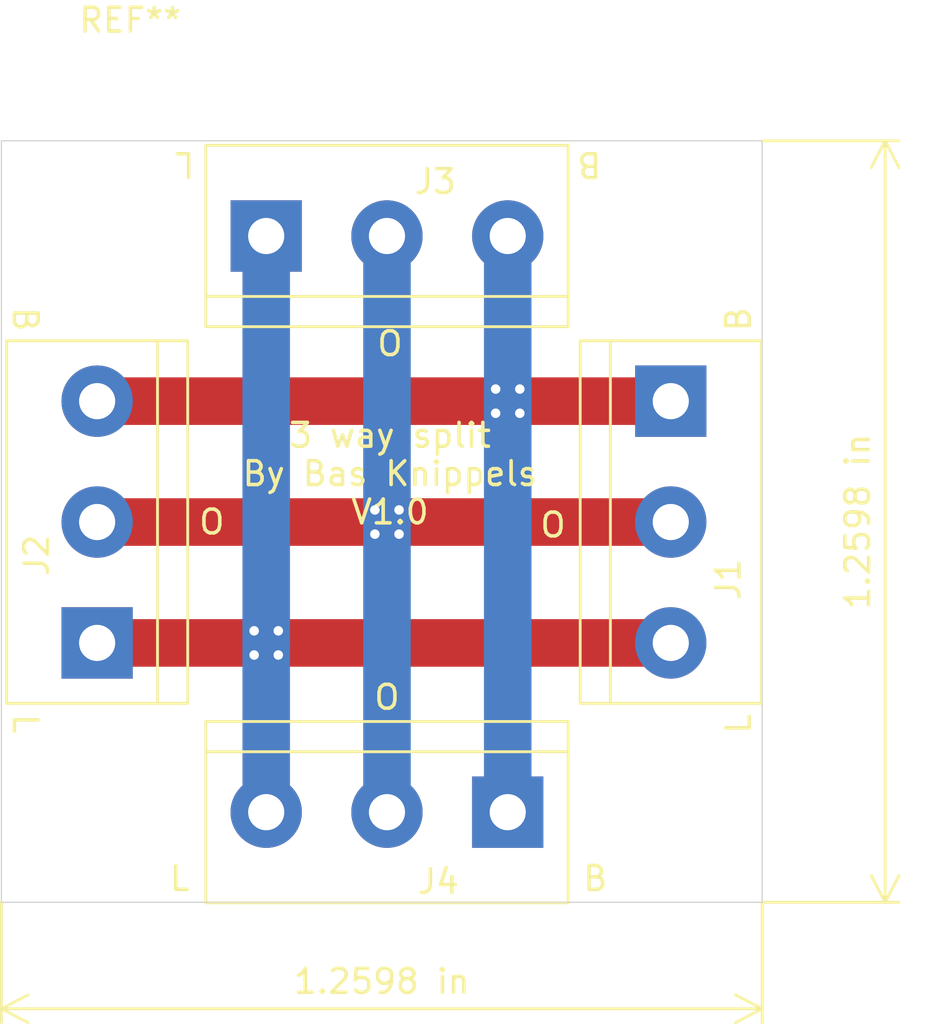
<source format=kicad_pcb>
(kicad_pcb (version 20171130) (host pcbnew "(5.1.6)-1")

  (general
    (thickness 1.6)
    (drawings 21)
    (tracks 21)
    (zones 0)
    (modules 8)
    (nets 4)
  )

  (page A4)
  (layers
    (0 F.Cu signal)
    (31 B.Cu signal)
    (32 B.Adhes user hide)
    (33 F.Adhes user hide)
    (34 B.Paste user hide)
    (35 F.Paste user hide)
    (36 B.SilkS user)
    (37 F.SilkS user)
    (38 B.Mask user hide)
    (39 F.Mask user hide)
    (40 Dwgs.User user hide)
    (41 Cmts.User user hide)
    (42 Eco1.User user hide)
    (43 Eco2.User user hide)
    (44 Edge.Cuts user)
    (45 Margin user hide)
    (46 B.CrtYd user hide)
    (47 F.CrtYd user)
    (48 B.Fab user hide)
    (49 F.Fab user hide)
  )

  (setup
    (last_trace_width 0.25)
    (user_trace_width 2)
    (trace_clearance 0.2)
    (zone_clearance 0.508)
    (zone_45_only no)
    (trace_min 0.2)
    (via_size 0.8)
    (via_drill 0.4)
    (via_min_size 0.4)
    (via_min_drill 0.3)
    (uvia_size 0.3)
    (uvia_drill 0.1)
    (uvias_allowed no)
    (uvia_min_size 0.2)
    (uvia_min_drill 0.1)
    (edge_width 0.05)
    (segment_width 0.2)
    (pcb_text_width 0.3)
    (pcb_text_size 1.5 1.5)
    (mod_edge_width 0.12)
    (mod_text_size 1 1)
    (mod_text_width 0.15)
    (pad_size 1.524 1.524)
    (pad_drill 0.762)
    (pad_to_mask_clearance 0.05)
    (aux_axis_origin 0 0)
    (visible_elements 7FFFFFFF)
    (pcbplotparams
      (layerselection 0x010fc_ffffffff)
      (usegerberextensions false)
      (usegerberattributes true)
      (usegerberadvancedattributes true)
      (creategerberjobfile true)
      (excludeedgelayer true)
      (linewidth 0.100000)
      (plotframeref false)
      (viasonmask false)
      (mode 1)
      (useauxorigin false)
      (hpglpennumber 1)
      (hpglpenspeed 20)
      (hpglpendiameter 15.000000)
      (psnegative false)
      (psa4output false)
      (plotreference true)
      (plotvalue true)
      (plotinvisibletext false)
      (padsonsilk false)
      (subtractmaskfromsilk false)
      (outputformat 1)
      (mirror false)
      (drillshape 0)
      (scaleselection 1)
      (outputdirectory ""))
  )

  (net 0 "")
  (net 1 "Net-(J1-Pad3)")
  (net 2 "Net-(J1-Pad2)")
  (net 3 "Net-(J1-Pad1)")

  (net_class Default "This is the default net class."
    (clearance 0.2)
    (trace_width 0.25)
    (via_dia 0.8)
    (via_drill 0.4)
    (uvia_dia 0.3)
    (uvia_drill 0.1)
    (add_net "Net-(J1-Pad1)")
    (add_net "Net-(J1-Pad2)")
    (add_net "Net-(J1-Pad3)")
  )

  (module MountingHole:MountingHole_3.2mm_M3 (layer F.Cu) (tedit 56D1B4CB) (tstamp 6074FAE1)
    (at 168.5 108.5)
    (descr "Mounting Hole 3.2mm, no annular, M3")
    (tags "mounting hole 3.2mm no annular m3")
    (attr virtual)
    (fp_text reference REF** (at 0 -4.2) (layer Dwgs.User)
      (effects (font (size 1 1) (thickness 0.15)))
    )
    (fp_text value MountingHole_3.2mm_M3 (at 0 4.2) (layer F.Fab)
      (effects (font (size 1 1) (thickness 0.15)))
    )
    (fp_circle (center 0 0) (end 3.2 0) (layer Cmts.User) (width 0.15))
    (fp_circle (center 0 0) (end 3.45 0) (layer F.CrtYd) (width 0.05))
    (fp_text user %R (at 0.3 0) (layer F.Fab)
      (effects (font (size 1 1) (thickness 0.15)))
    )
    (pad 1 np_thru_hole circle (at 0 0) (size 3.2 3.2) (drill 3.2) (layers *.Cu *.Mask))
  )

  (module MountingHole:MountingHole_3.2mm_M3 (layer F.Cu) (tedit 56D1B4CB) (tstamp 6074FAE1)
    (at 144.5 108.5)
    (descr "Mounting Hole 3.2mm, no annular, M3")
    (tags "mounting hole 3.2mm no annular m3")
    (attr virtual)
    (fp_text reference REF** (at 0 -4.2) (layer Dwgs.User)
      (effects (font (size 1 1) (thickness 0.15)))
    )
    (fp_text value MountingHole_3.2mm_M3 (at 0 4.2) (layer F.Fab)
      (effects (font (size 1 1) (thickness 0.15)))
    )
    (fp_circle (center 0 0) (end 3.2 0) (layer Cmts.User) (width 0.15))
    (fp_circle (center 0 0) (end 3.45 0) (layer F.CrtYd) (width 0.05))
    (fp_text user %R (at 0.3 0) (layer F.Fab)
      (effects (font (size 1 1) (thickness 0.15)))
    )
    (pad 1 np_thru_hole circle (at 0 0) (size 3.2 3.2) (drill 3.2) (layers *.Cu *.Mask))
  )

  (module MountingHole:MountingHole_3.2mm_M3 (layer F.Cu) (tedit 56D1B4CB) (tstamp 6074FAE1)
    (at 144.5 84.5)
    (descr "Mounting Hole 3.2mm, no annular, M3")
    (tags "mounting hole 3.2mm no annular m3")
    (attr virtual)
    (fp_text reference REF** (at 1.423 -9.07) (layer F.SilkS)
      (effects (font (size 1 1) (thickness 0.15)))
    )
    (fp_text value MountingHole_3.2mm_M3 (at 0 4.2) (layer F.Fab)
      (effects (font (size 1 1) (thickness 0.15)))
    )
    (fp_circle (center 0 0) (end 3.2 0) (layer Cmts.User) (width 0.15))
    (fp_circle (center 0 0) (end 3.45 0) (layer F.CrtYd) (width 0.05))
    (fp_text user %R (at 0.3 0) (layer F.Fab)
      (effects (font (size 1 1) (thickness 0.15)))
    )
    (pad 1 np_thru_hole circle (at 0 0) (size 3.2 3.2) (drill 3.2) (layers *.Cu *.Mask))
  )

  (module MountingHole:MountingHole_3.2mm_M3 (layer F.Cu) (tedit 56D1B4CB) (tstamp 6074FA48)
    (at 168.656 84.5)
    (descr "Mounting Hole 3.2mm, no annular, M3")
    (tags "mounting hole 3.2mm no annular m3")
    (attr virtual)
    (fp_text reference REF** (at 5.969 1.725) (layer Dwgs.User)
      (effects (font (size 1 1) (thickness 0.15)))
    )
    (fp_text value MountingHole_3.2mm_M3 (at 0 4.2) (layer F.Fab)
      (effects (font (size 1 1) (thickness 0.15)))
    )
    (fp_circle (center 0 0) (end 3.2 0) (layer Cmts.User) (width 0.15))
    (fp_circle (center 0 0) (end 3.45 0) (layer F.CrtYd) (width 0.05))
    (fp_text user %R (at 0.3 0) (layer F.Fab)
      (effects (font (size 1 1) (thickness 0.15)))
    )
    (pad 1 np_thru_hole circle (at 0 0) (size 3.2 3.2) (drill 3.2) (layers *.Cu *.Mask))
  )

  (module TerminalBlock:TerminalBlock_bornier-3_P5.08mm (layer F.Cu) (tedit 59FF03B9) (tstamp 6074F1FD)
    (at 161.798 108.712 180)
    (descr "simple 3-pin terminal block, pitch 5.08mm, revamped version of bornier3")
    (tags "terminal block bornier3")
    (path /6074A70F)
    (fp_text reference J4 (at 2.921 -2.921) (layer F.SilkS)
      (effects (font (size 1 1) (thickness 0.15)))
    )
    (fp_text value Screw_Terminal_01x03 (at 5.08 5.08) (layer F.Fab)
      (effects (font (size 1 1) (thickness 0.15)))
    )
    (fp_line (start -2.47 2.55) (end 12.63 2.55) (layer F.Fab) (width 0.1))
    (fp_line (start -2.47 -3.75) (end 12.63 -3.75) (layer F.Fab) (width 0.1))
    (fp_line (start 12.63 -3.75) (end 12.63 3.75) (layer F.Fab) (width 0.1))
    (fp_line (start 12.63 3.75) (end -2.47 3.75) (layer F.Fab) (width 0.1))
    (fp_line (start -2.47 3.75) (end -2.47 -3.75) (layer F.Fab) (width 0.1))
    (fp_line (start -2.54 3.81) (end -2.54 -3.81) (layer F.SilkS) (width 0.12))
    (fp_line (start 12.7 3.81) (end 12.7 -3.81) (layer F.SilkS) (width 0.12))
    (fp_line (start -2.54 2.54) (end 12.7 2.54) (layer F.SilkS) (width 0.12))
    (fp_line (start -2.54 -3.81) (end 12.7 -3.81) (layer F.SilkS) (width 0.12))
    (fp_line (start -2.54 3.81) (end 12.7 3.81) (layer F.SilkS) (width 0.12))
    (fp_line (start -2.72 -4) (end 12.88 -4) (layer F.CrtYd) (width 0.05))
    (fp_line (start -2.72 -4) (end -2.72 4) (layer F.CrtYd) (width 0.05))
    (fp_line (start 12.88 4) (end 12.88 -4) (layer F.CrtYd) (width 0.05))
    (fp_line (start 12.88 4) (end -2.72 4) (layer F.CrtYd) (width 0.05))
    (fp_text user %R (at 5.08 0) (layer F.Fab)
      (effects (font (size 1 1) (thickness 0.15)))
    )
    (pad 3 thru_hole circle (at 10.16 0 180) (size 3 3) (drill 1.52) (layers *.Cu *.Mask)
      (net 1 "Net-(J1-Pad3)"))
    (pad 2 thru_hole circle (at 5.08 0 180) (size 3 3) (drill 1.52) (layers *.Cu *.Mask)
      (net 2 "Net-(J1-Pad2)"))
    (pad 1 thru_hole rect (at 0 0 180) (size 3 3) (drill 1.52) (layers *.Cu *.Mask)
      (net 3 "Net-(J1-Pad1)"))
    (model ${KISYS3DMOD}/TerminalBlock.3dshapes/TerminalBlock_bornier-3_P5.08mm.wrl
      (offset (xyz 5.079999923706055 0 0))
      (scale (xyz 1 1 1))
      (rotate (xyz 0 0 0))
    )
  )

  (module TerminalBlock:TerminalBlock_bornier-3_P5.08mm (layer F.Cu) (tedit 59FF03B9) (tstamp 6074F1E7)
    (at 151.638 84.5)
    (descr "simple 3-pin terminal block, pitch 5.08mm, revamped version of bornier3")
    (tags "terminal block bornier3")
    (path /6074C1C6)
    (fp_text reference J3 (at 7.112 -2.286) (layer F.SilkS)
      (effects (font (size 1 1) (thickness 0.15)))
    )
    (fp_text value Screw_Terminal_01x03 (at 5.08 5.08) (layer F.Fab)
      (effects (font (size 1 1) (thickness 0.15)))
    )
    (fp_line (start -2.47 2.55) (end 12.63 2.55) (layer F.Fab) (width 0.1))
    (fp_line (start -2.47 -3.75) (end 12.63 -3.75) (layer F.Fab) (width 0.1))
    (fp_line (start 12.63 -3.75) (end 12.63 3.75) (layer F.Fab) (width 0.1))
    (fp_line (start 12.63 3.75) (end -2.47 3.75) (layer F.Fab) (width 0.1))
    (fp_line (start -2.47 3.75) (end -2.47 -3.75) (layer F.Fab) (width 0.1))
    (fp_line (start -2.54 3.81) (end -2.54 -3.81) (layer F.SilkS) (width 0.12))
    (fp_line (start 12.7 3.81) (end 12.7 -3.81) (layer F.SilkS) (width 0.12))
    (fp_line (start -2.54 2.54) (end 12.7 2.54) (layer F.SilkS) (width 0.12))
    (fp_line (start -2.54 -3.81) (end 12.7 -3.81) (layer F.SilkS) (width 0.12))
    (fp_line (start -2.54 3.81) (end 12.7 3.81) (layer F.SilkS) (width 0.12))
    (fp_line (start -2.72 -4) (end 12.88 -4) (layer F.CrtYd) (width 0.05))
    (fp_line (start -2.72 -4) (end -2.72 4) (layer F.CrtYd) (width 0.05))
    (fp_line (start 12.88 4) (end 12.88 -4) (layer F.CrtYd) (width 0.05))
    (fp_line (start 12.88 4) (end -2.72 4) (layer F.CrtYd) (width 0.05))
    (fp_text user %R (at 5.08 0) (layer F.Fab)
      (effects (font (size 1 1) (thickness 0.15)))
    )
    (pad 3 thru_hole circle (at 10.16 0) (size 3 3) (drill 1.52) (layers *.Cu *.Mask)
      (net 3 "Net-(J1-Pad1)"))
    (pad 2 thru_hole circle (at 5.08 0) (size 3 3) (drill 1.52) (layers *.Cu *.Mask)
      (net 2 "Net-(J1-Pad2)"))
    (pad 1 thru_hole rect (at 0 0) (size 3 3) (drill 1.52) (layers *.Cu *.Mask)
      (net 1 "Net-(J1-Pad3)"))
    (model ${KISYS3DMOD}/TerminalBlock.3dshapes/TerminalBlock_bornier-3_P5.08mm.wrl
      (offset (xyz 5.079999923706055 0 0))
      (scale (xyz 1 1 1))
      (rotate (xyz 0 0 0))
    )
  )

  (module TerminalBlock:TerminalBlock_bornier-3_P5.08mm (layer F.Cu) (tedit 59FF03B9) (tstamp 6074F7F1)
    (at 144.526 101.6 90)
    (descr "simple 3-pin terminal block, pitch 5.08mm, revamped version of bornier3")
    (tags "terminal block bornier3")
    (path /6074B73A)
    (fp_text reference J2 (at 3.683 -2.54 90) (layer F.SilkS)
      (effects (font (size 1 1) (thickness 0.15)))
    )
    (fp_text value Screw_Terminal_01x03 (at 5.08 5.08 90) (layer F.Fab)
      (effects (font (size 1 1) (thickness 0.15)))
    )
    (fp_line (start -2.47 2.55) (end 12.63 2.55) (layer F.Fab) (width 0.1))
    (fp_line (start -2.47 -3.75) (end 12.63 -3.75) (layer F.Fab) (width 0.1))
    (fp_line (start 12.63 -3.75) (end 12.63 3.75) (layer F.Fab) (width 0.1))
    (fp_line (start 12.63 3.75) (end -2.47 3.75) (layer F.Fab) (width 0.1))
    (fp_line (start -2.47 3.75) (end -2.47 -3.75) (layer F.Fab) (width 0.1))
    (fp_line (start -2.54 3.81) (end -2.54 -3.81) (layer F.SilkS) (width 0.12))
    (fp_line (start 12.7 3.81) (end 12.7 -3.81) (layer F.SilkS) (width 0.12))
    (fp_line (start -2.54 2.54) (end 12.7 2.54) (layer F.SilkS) (width 0.12))
    (fp_line (start -2.54 -3.81) (end 12.7 -3.81) (layer F.SilkS) (width 0.12))
    (fp_line (start -2.54 3.81) (end 12.7 3.81) (layer F.SilkS) (width 0.12))
    (fp_line (start -2.72 -4) (end 12.88 -4) (layer F.CrtYd) (width 0.05))
    (fp_line (start -2.72 -4) (end -2.72 4) (layer F.CrtYd) (width 0.05))
    (fp_line (start 12.88 4) (end 12.88 -4) (layer F.CrtYd) (width 0.05))
    (fp_line (start 12.88 4) (end -2.72 4) (layer F.CrtYd) (width 0.05))
    (fp_text user %R (at 5.08 0 90) (layer F.Fab)
      (effects (font (size 1 1) (thickness 0.15)))
    )
    (pad 3 thru_hole circle (at 10.16 0 90) (size 3 3) (drill 1.52) (layers *.Cu *.Mask)
      (net 3 "Net-(J1-Pad1)"))
    (pad 2 thru_hole circle (at 5.08 0 90) (size 3 3) (drill 1.52) (layers *.Cu *.Mask)
      (net 2 "Net-(J1-Pad2)"))
    (pad 1 thru_hole rect (at 0 0 90) (size 3 3) (drill 1.52) (layers *.Cu *.Mask)
      (net 1 "Net-(J1-Pad3)"))
    (model ${KISYS3DMOD}/TerminalBlock.3dshapes/TerminalBlock_bornier-3_P5.08mm.wrl
      (offset (xyz 5.079999923706055 0 0))
      (scale (xyz 1 1 1))
      (rotate (xyz 0 0 0))
    )
  )

  (module TerminalBlock:TerminalBlock_bornier-3_P5.08mm (layer F.Cu) (tedit 59FF03B9) (tstamp 6074F1BB)
    (at 168.656 91.44 270)
    (descr "simple 3-pin terminal block, pitch 5.08mm, revamped version of bornier3")
    (tags "terminal block bornier3")
    (path /6074964B)
    (fp_text reference J1 (at 7.493 -2.413 90) (layer F.SilkS)
      (effects (font (size 1 1) (thickness 0.15)))
    )
    (fp_text value Screw_Terminal_01x03 (at 5.08 5.08 90) (layer F.Fab)
      (effects (font (size 1 1) (thickness 0.15)))
    )
    (fp_line (start -2.47 2.55) (end 12.63 2.55) (layer F.Fab) (width 0.1))
    (fp_line (start -2.47 -3.75) (end 12.63 -3.75) (layer F.Fab) (width 0.1))
    (fp_line (start 12.63 -3.75) (end 12.63 3.75) (layer F.Fab) (width 0.1))
    (fp_line (start 12.63 3.75) (end -2.47 3.75) (layer F.Fab) (width 0.1))
    (fp_line (start -2.47 3.75) (end -2.47 -3.75) (layer F.Fab) (width 0.1))
    (fp_line (start -2.54 3.81) (end -2.54 -3.81) (layer F.SilkS) (width 0.12))
    (fp_line (start 12.7 3.81) (end 12.7 -3.81) (layer F.SilkS) (width 0.12))
    (fp_line (start -2.54 2.54) (end 12.7 2.54) (layer F.SilkS) (width 0.12))
    (fp_line (start -2.54 -3.81) (end 12.7 -3.81) (layer F.SilkS) (width 0.12))
    (fp_line (start -2.54 3.81) (end 12.7 3.81) (layer F.SilkS) (width 0.12))
    (fp_line (start -2.72 -4) (end 12.88 -4) (layer F.CrtYd) (width 0.05))
    (fp_line (start -2.72 -4) (end -2.72 4) (layer F.CrtYd) (width 0.05))
    (fp_line (start 12.88 4) (end 12.88 -4) (layer F.CrtYd) (width 0.05))
    (fp_line (start 12.88 4) (end -2.72 4) (layer F.CrtYd) (width 0.05))
    (fp_text user %R (at 5.08 0 90) (layer F.Fab)
      (effects (font (size 1 1) (thickness 0.15)))
    )
    (pad 3 thru_hole circle (at 10.16 0 270) (size 3 3) (drill 1.52) (layers *.Cu *.Mask)
      (net 1 "Net-(J1-Pad3)"))
    (pad 2 thru_hole circle (at 5.08 0 270) (size 3 3) (drill 1.52) (layers *.Cu *.Mask)
      (net 2 "Net-(J1-Pad2)"))
    (pad 1 thru_hole rect (at 0 0 270) (size 3 3) (drill 1.52) (layers *.Cu *.Mask)
      (net 3 "Net-(J1-Pad1)"))
    (model ${KISYS3DMOD}/TerminalBlock.3dshapes/TerminalBlock_bornier-3_P5.08mm.wrl
      (offset (xyz 5.079999923706055 0 0))
      (scale (xyz 1 1 1))
      (rotate (xyz 0 0 0))
    )
  )

  (gr_text "3 way split\nBy Bas Knippels\nV1.0" (at 156.845 94.488) (layer F.SilkS)
    (effects (font (size 1 1) (thickness 0.15)))
  )
  (gr_text O (at 163.703 96.647) (layer F.SilkS) (tstamp 60781F76)
    (effects (font (size 1 1) (thickness 0.15)))
  )
  (gr_text O (at 156.718 103.886) (layer F.SilkS) (tstamp 60781F76)
    (effects (font (size 1 1) (thickness 0.15)))
  )
  (gr_text O (at 149.352 96.52) (layer F.SilkS) (tstamp 60781F76)
    (effects (font (size 1 1) (thickness 0.15)))
  )
  (gr_text O (at 156.845 89.027) (layer F.SilkS)
    (effects (font (size 1 1) (thickness 0.15)))
  )
  (gr_text B (at 165.227 81.5 180) (layer F.SilkS) (tstamp 60781F70)
    (effects (font (size 1 1) (thickness 0.15)))
  )
  (gr_text L (at 148.209 81.5 180) (layer F.SilkS) (tstamp 60781F60)
    (effects (font (size 1 1) (thickness 0.15)))
  )
  (gr_text L (at 171.5 105 90) (layer F.SilkS) (tstamp 60781F60)
    (effects (font (size 1 1) (thickness 0.15)))
  )
  (gr_text L (at 141.5 105 270) (layer F.SilkS) (tstamp 60781F60)
    (effects (font (size 1 1) (thickness 0.15)))
  )
  (gr_text B (at 141.5 88 270) (layer F.SilkS) (tstamp 60781F51)
    (effects (font (size 1 1) (thickness 0.15)))
  )
  (gr_text B (at 171.5 88 90) (layer F.SilkS) (tstamp 60781F51)
    (effects (font (size 1 1) (thickness 0.15)))
  )
  (gr_text L (at 148 111.5) (layer F.SilkS)
    (effects (font (size 1 1) (thickness 0.15)))
  )
  (gr_text B (at 165.481 111.5) (layer F.SilkS)
    (effects (font (size 1 1) (thickness 0.15)))
  )
  (dimension 32 (width 0.12) (layer F.SilkS)
    (gr_text "32.000 mm" (at 178.943 96.5 90) (layer F.SilkS)
      (effects (font (size 1 1) (thickness 0.15)))
    )
    (feature1 (pts (xy 172.5 80.5) (xy 178.259421 80.5)))
    (feature2 (pts (xy 172.5 112.5) (xy 178.259421 112.5)))
    (crossbar (pts (xy 177.673 112.5) (xy 177.673 80.5)))
    (arrow1a (pts (xy 177.673 80.5) (xy 178.259421 81.626504)))
    (arrow1b (pts (xy 177.673 80.5) (xy 177.086579 81.626504)))
    (arrow2a (pts (xy 177.673 112.5) (xy 178.259421 111.373496)))
    (arrow2b (pts (xy 177.673 112.5) (xy 177.086579 111.373496)))
  )
  (dimension 32 (width 0.12) (layer F.SilkS)
    (gr_text "32.000 mm" (at 156.5 118.244999) (layer F.SilkS)
      (effects (font (size 1 1) (thickness 0.15)))
    )
    (feature1 (pts (xy 172.5 112.5) (xy 172.5 117.56142)))
    (feature2 (pts (xy 140.5 112.5) (xy 140.5 117.56142)))
    (crossbar (pts (xy 140.5 116.974999) (xy 172.5 116.974999)))
    (arrow1a (pts (xy 172.5 116.974999) (xy 171.373496 117.56142)))
    (arrow1b (pts (xy 172.5 116.974999) (xy 171.373496 116.388578)))
    (arrow2a (pts (xy 140.5 116.974999) (xy 141.626504 117.56142)))
    (arrow2b (pts (xy 140.5 116.974999) (xy 141.626504 116.388578)))
  )
  (gr_line (start 140.5 80.5) (end 140.5 112.5) (layer Edge.Cuts) (width 0.05) (tstamp 6074FADF))
  (gr_line (start 172.5 80.5) (end 140.5 80.5) (layer Edge.Cuts) (width 0.05))
  (gr_line (start 172.5 112.5) (end 172.5 80.5) (layer Edge.Cuts) (width 0.05))
  (gr_line (start 140.5 112.5) (end 172.5 112.5) (layer Edge.Cuts) (width 0.05))
  (gr_line (start 144.78 96.52) (end 168.148 96.52) (layer Dwgs.User) (width 0.15))
  (gr_line (start 156.718 80.264) (end 156.718 111.252) (layer Dwgs.User) (width 0.15))

  (via (at 152.146 101.092) (size 0.8) (drill 0.4) (layers F.Cu B.Cu) (net 1) (tstamp 6074FB16))
  (via (at 151.13 102.108) (size 0.8) (drill 0.4) (layers F.Cu B.Cu) (net 1) (tstamp 6074FB16))
  (via (at 152.146 102.108) (size 0.8) (drill 0.4) (layers F.Cu B.Cu) (net 1) (tstamp 6074FB16))
  (segment (start 144.526 101.6) (end 168.656 101.6) (width 2) (layer F.Cu) (net 1))
  (segment (start 151.638 108.712) (end 151.638 101.6) (width 2) (layer B.Cu) (net 1))
  (segment (start 151.638 101.6) (end 151.638 84.074) (width 2) (layer B.Cu) (net 1) (tstamp 6074FB0E))
  (via (at 151.13 101.092) (size 0.8) (drill 0.4) (layers F.Cu B.Cu) (net 1))
  (via (at 156.21 97.028) (size 0.8) (drill 0.4) (layers F.Cu B.Cu) (net 2) (tstamp 6074FB26))
  (via (at 157.226 97.028) (size 0.8) (drill 0.4) (layers F.Cu B.Cu) (net 2) (tstamp 6074FB26))
  (via (at 157.226 96.012) (size 0.8) (drill 0.4) (layers F.Cu B.Cu) (net 2) (tstamp 6074FB26))
  (segment (start 144.526 96.52) (end 168.656 96.52) (width 2) (layer F.Cu) (net 2))
  (segment (start 156.718 84.074) (end 156.718 96.52) (width 2) (layer B.Cu) (net 2))
  (segment (start 156.718 96.52) (end 156.718 108.712) (width 2) (layer B.Cu) (net 2) (tstamp 6074FB10))
  (via (at 156.21 96.012) (size 0.8) (drill 0.4) (layers F.Cu B.Cu) (net 2))
  (via (at 161.29 91.948) (size 0.8) (drill 0.4) (layers F.Cu B.Cu) (net 3) (tstamp 6074FB32))
  (via (at 162.306 91.948) (size 0.8) (drill 0.4) (layers F.Cu B.Cu) (net 3) (tstamp 6074FB32))
  (via (at 162.306 90.932) (size 0.8) (drill 0.4) (layers F.Cu B.Cu) (net 3) (tstamp 6074FB32))
  (segment (start 144.526 91.44) (end 168.656 91.44) (width 2) (layer F.Cu) (net 3))
  (segment (start 161.798 108.712) (end 161.798 91.44) (width 2) (layer B.Cu) (net 3))
  (segment (start 161.798 91.44) (end 161.798 84.074) (width 2) (layer B.Cu) (net 3) (tstamp 6074FB12))
  (via (at 161.29 90.932) (size 0.8) (drill 0.4) (layers F.Cu B.Cu) (net 3))

)

</source>
